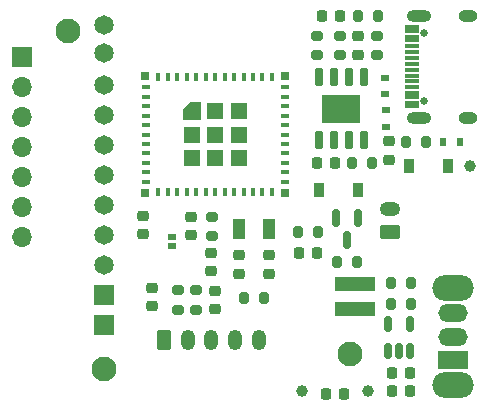
<source format=gbr>
%TF.GenerationSoftware,KiCad,Pcbnew,(6.0.2)*%
%TF.CreationDate,2022-10-11T17:03:13-04:00*%
%TF.ProjectId,ferrous_slime,66657272-6f75-4735-9f73-6c696d652e6b,v0.2.0*%
%TF.SameCoordinates,Original*%
%TF.FileFunction,Soldermask,Top*%
%TF.FilePolarity,Negative*%
%FSLAX46Y46*%
G04 Gerber Fmt 4.6, Leading zero omitted, Abs format (unit mm)*
G04 Created by KiCad (PCBNEW (6.0.2)) date 2022-10-11 17:03:13*
%MOMM*%
%LPD*%
G01*
G04 APERTURE LIST*
G04 Aperture macros list*
%AMRoundRect*
0 Rectangle with rounded corners*
0 $1 Rounding radius*
0 $2 $3 $4 $5 $6 $7 $8 $9 X,Y pos of 4 corners*
0 Add a 4 corners polygon primitive as box body*
4,1,4,$2,$3,$4,$5,$6,$7,$8,$9,$2,$3,0*
0 Add four circle primitives for the rounded corners*
1,1,$1+$1,$2,$3*
1,1,$1+$1,$4,$5*
1,1,$1+$1,$6,$7*
1,1,$1+$1,$8,$9*
0 Add four rect primitives between the rounded corners*
20,1,$1+$1,$2,$3,$4,$5,0*
20,1,$1+$1,$4,$5,$6,$7,0*
20,1,$1+$1,$6,$7,$8,$9,0*
20,1,$1+$1,$8,$9,$2,$3,0*%
%AMFreePoly0*
4,1,6,0.725000,-0.725000,-0.725000,-0.725000,-0.725000,0.125000,-0.125000,0.725000,0.725000,0.725000,0.725000,-0.725000,0.725000,-0.725000,$1*%
G04 Aperture macros list end*
%ADD10C,2.100000*%
%ADD11RoundRect,0.250000X-0.350000X-0.625000X0.350000X-0.625000X0.350000X0.625000X-0.350000X0.625000X0*%
%ADD12O,1.200000X1.750000*%
%ADD13RoundRect,0.200000X-0.200000X-0.275000X0.200000X-0.275000X0.200000X0.275000X-0.200000X0.275000X0*%
%ADD14RoundRect,0.225000X0.225000X0.250000X-0.225000X0.250000X-0.225000X-0.250000X0.225000X-0.250000X0*%
%ADD15RoundRect,0.200000X-0.275000X0.200000X-0.275000X-0.200000X0.275000X-0.200000X0.275000X0.200000X0*%
%ADD16RoundRect,0.225000X-0.250000X0.225000X-0.250000X-0.225000X0.250000X-0.225000X0.250000X0.225000X0*%
%ADD17C,1.000000*%
%ADD18RoundRect,0.200000X0.275000X-0.200000X0.275000X0.200000X-0.275000X0.200000X-0.275000X-0.200000X0*%
%ADD19RoundRect,0.218750X-0.218750X-0.256250X0.218750X-0.256250X0.218750X0.256250X-0.218750X0.256250X0*%
%ADD20RoundRect,0.150000X-0.150000X0.587500X-0.150000X-0.587500X0.150000X-0.587500X0.150000X0.587500X0*%
%ADD21R,0.900000X1.200000*%
%ADD22RoundRect,0.200000X0.200000X0.275000X-0.200000X0.275000X-0.200000X-0.275000X0.200000X-0.275000X0*%
%ADD23R,1.000000X1.800000*%
%ADD24RoundRect,0.150000X0.150000X-0.512500X0.150000X0.512500X-0.150000X0.512500X-0.150000X-0.512500X0*%
%ADD25RoundRect,0.250000X0.625000X-0.350000X0.625000X0.350000X-0.625000X0.350000X-0.625000X-0.350000X0*%
%ADD26O,1.750000X1.200000*%
%ADD27RoundRect,0.225000X0.250000X-0.225000X0.250000X0.225000X-0.250000X0.225000X-0.250000X-0.225000X0*%
%ADD28RoundRect,0.218750X-0.256250X0.218750X-0.256250X-0.218750X0.256250X-0.218750X0.256250X0.218750X0*%
%ADD29R,0.700000X0.600000*%
%ADD30O,2.500000X1.500000*%
%ADD31R,2.500000X1.500000*%
%ADD32O,3.500000X2.200000*%
%ADD33R,0.800000X0.400000*%
%ADD34R,0.400000X0.800000*%
%ADD35R,0.700000X0.700000*%
%ADD36R,1.450000X1.450000*%
%ADD37FreePoly0,0.000000*%
%ADD38O,1.600000X1.000000*%
%ADD39O,2.100000X1.000000*%
%ADD40R,1.150000X0.300000*%
%ADD41C,0.650000*%
%ADD42C,1.651000*%
%ADD43R,1.651000X1.651000*%
%ADD44R,1.778000X1.778000*%
%ADD45RoundRect,0.225000X-0.225000X-0.250000X0.225000X-0.250000X0.225000X0.250000X-0.225000X0.250000X0*%
%ADD46R,0.600000X0.700000*%
%ADD47R,3.200000X2.400000*%
%ADD48RoundRect,0.150000X0.150000X-0.650000X0.150000X0.650000X-0.150000X0.650000X-0.150000X-0.650000X0*%
%ADD49R,0.700000X0.500000*%
%ADD50R,3.400000X1.300000*%
%ADD51R,1.700000X1.700000*%
%ADD52O,1.700000X1.700000*%
G04 APERTURE END LIST*
D10*
%TO.C,H3*%
X61722000Y-32258000D03*
%TD*%
D11*
%TO.C,J1*%
X69850000Y-58367000D03*
D12*
X71850000Y-58367000D03*
X73850000Y-58367000D03*
X75850000Y-58367000D03*
X77850000Y-58367000D03*
%TD*%
D13*
%TO.C,R11*%
X89091000Y-53540990D03*
X90741000Y-53540990D03*
%TD*%
D14*
%TO.C,C10*%
X85103000Y-62939000D03*
X83553000Y-62939000D03*
%TD*%
D15*
%TO.C,R10*%
X70993000Y-54166000D03*
X70993000Y-55816000D03*
%TD*%
D13*
%TO.C,R3*%
X76645000Y-54811000D03*
X78295000Y-54811000D03*
%TD*%
D16*
%TO.C,C3*%
X73787000Y-51041000D03*
X73787000Y-52591000D03*
%TD*%
D17*
%TO.C,TP3*%
X87122000Y-62685000D03*
%TD*%
D18*
%TO.C,R9*%
X72517000Y-55816000D03*
X72517000Y-54166000D03*
%TD*%
D10*
%TO.C,H1*%
X64770000Y-60833000D03*
%TD*%
D18*
%TO.C,R5*%
X82804000Y-34299990D03*
X82804000Y-32649990D03*
%TD*%
D19*
%TO.C,D5*%
X82778500Y-43381000D03*
X84353500Y-43381000D03*
%TD*%
D17*
%TO.C,TP1*%
X81534000Y-62738000D03*
%TD*%
D19*
%TO.C,D3*%
X83193500Y-30935000D03*
X84768500Y-30935000D03*
%TD*%
D13*
%TO.C,R7*%
X81217000Y-49276000D03*
X82867000Y-49276000D03*
%TD*%
D20*
%TO.C,Q1*%
X86294000Y-48031490D03*
X84394000Y-48031490D03*
X85344000Y-49906490D03*
%TD*%
D21*
%TO.C,D2*%
X82932000Y-45667000D03*
X86232000Y-45667000D03*
%TD*%
D22*
%TO.C,R4*%
X86169000Y-51763000D03*
X84519000Y-51763000D03*
%TD*%
D14*
%TO.C,C9*%
X82817000Y-51001000D03*
X81267000Y-51001000D03*
%TD*%
D16*
%TO.C,C5*%
X68834000Y-53962000D03*
X68834000Y-55512000D03*
%TD*%
D23*
%TO.C,Y1*%
X76220000Y-48968990D03*
X78720000Y-48968990D03*
%TD*%
D24*
%TO.C,U4*%
X88796622Y-59303500D03*
X89746622Y-59303500D03*
X90696622Y-59303500D03*
X90696622Y-57028500D03*
X88796622Y-57028500D03*
%TD*%
D25*
%TO.C,J3*%
X88950800Y-49276000D03*
D26*
X88950800Y-47276000D03*
%TD*%
D13*
%TO.C,R12*%
X89091000Y-55319000D03*
X90741000Y-55319000D03*
%TD*%
D27*
%TO.C,C1*%
X74168000Y-55766000D03*
X74168000Y-54216000D03*
%TD*%
D10*
%TO.C,H2*%
X85598000Y-59563000D03*
%TD*%
D18*
%TO.C,R8*%
X87884000Y-34290008D03*
X87884000Y-32640008D03*
%TD*%
D28*
%TO.C,D4*%
X86267011Y-32661989D03*
X86267011Y-34236989D03*
%TD*%
D29*
%TO.C,D7*%
X88552173Y-37611489D03*
X88552173Y-36211489D03*
%TD*%
%TO.C,D6*%
X88646000Y-38924000D03*
X88646000Y-40324000D03*
%TD*%
D21*
%TO.C,D8*%
X90552000Y-43634990D03*
X93852000Y-43634990D03*
%TD*%
D30*
%TO.C,SW1*%
X94266004Y-56112986D03*
X94266004Y-58112986D03*
D31*
X94266004Y-60112986D03*
D32*
X94266004Y-54012986D03*
X94266004Y-62212986D03*
%TD*%
D33*
%TO.C,U2*%
X68268000Y-37004007D03*
X68268000Y-37804007D03*
X68268000Y-38604007D03*
X68268000Y-39404007D03*
X68268000Y-40204007D03*
X68268000Y-41004007D03*
X68268000Y-41804007D03*
X68268000Y-42604007D03*
X68268000Y-43404007D03*
X68268000Y-44204007D03*
X68268000Y-45004007D03*
D34*
X69368000Y-45904007D03*
X70168000Y-45904007D03*
X70968000Y-45904007D03*
X71768000Y-45904007D03*
X72568000Y-45904007D03*
X73368000Y-45904007D03*
X74168000Y-45904007D03*
X74968000Y-45904007D03*
X75768000Y-45904007D03*
X76568000Y-45904007D03*
X77368000Y-45904007D03*
X78168000Y-45904007D03*
X78968000Y-45904007D03*
D33*
X80068000Y-45004007D03*
X80068000Y-44204007D03*
X80068000Y-43404007D03*
X80068000Y-42604007D03*
X80068000Y-41804007D03*
X80068000Y-41004007D03*
X80068000Y-40204007D03*
X80068000Y-39404007D03*
X80068000Y-38604007D03*
X80068000Y-37804007D03*
X80068000Y-37004007D03*
D34*
X74968000Y-36104007D03*
X73368000Y-36104007D03*
D35*
X68218000Y-45954007D03*
D36*
X76143000Y-42979007D03*
X74168000Y-41004007D03*
D34*
X74168000Y-36104007D03*
X70968000Y-36104007D03*
D36*
X74168000Y-42979007D03*
X76143000Y-39029007D03*
D35*
X80118000Y-36054007D03*
D37*
X72193000Y-39029007D03*
D35*
X80118000Y-45954007D03*
D34*
X76568000Y-36104007D03*
D35*
X68218000Y-36054007D03*
D36*
X72193000Y-42979007D03*
X76143000Y-41004007D03*
X72193000Y-41054007D03*
X74168000Y-39029007D03*
D34*
X78968000Y-36104007D03*
X70168000Y-36104007D03*
X69368000Y-36104007D03*
X78168000Y-36104007D03*
X75768000Y-36104007D03*
X71768000Y-36104007D03*
X72568000Y-36104007D03*
X77368000Y-36104007D03*
%TD*%
D38*
%TO.C,J4*%
X95563000Y-39572990D03*
X95563000Y-30932990D03*
D39*
X91383000Y-30932990D03*
X91383000Y-39572990D03*
D40*
X90818000Y-38302990D03*
X90818000Y-37502990D03*
X90818000Y-37002990D03*
X90818000Y-36002990D03*
X90818000Y-34502990D03*
X90818000Y-33502990D03*
X90818000Y-33002990D03*
X90818000Y-32202990D03*
X90818000Y-31902990D03*
X90818000Y-32702990D03*
X90818000Y-34002990D03*
X90818000Y-35002990D03*
X90818000Y-35502990D03*
X90818000Y-36502990D03*
X90818000Y-37802990D03*
X90818000Y-38602990D03*
D41*
X91883000Y-38142990D03*
X91883000Y-32362990D03*
%TD*%
D42*
%TO.C,U1*%
X64784460Y-34120462D03*
X64784460Y-36787462D03*
X64784460Y-39327462D03*
X64784460Y-41867462D03*
X64784460Y-44407462D03*
X64784460Y-46947462D03*
X64784460Y-49487462D03*
X64784460Y-52027462D03*
D43*
X64784460Y-54567462D03*
D44*
X64770000Y-57096990D03*
D42*
X64784460Y-31707462D03*
%TD*%
D17*
%TO.C,TP2*%
X95758000Y-43635000D03*
%TD*%
D45*
%TO.C,C12*%
X89127995Y-62684990D03*
X90677995Y-62684990D03*
%TD*%
D46*
%TO.C,D9*%
X93471999Y-41602990D03*
X94871999Y-41602990D03*
%TD*%
D18*
%TO.C,R1*%
X73914000Y-49593000D03*
X73914000Y-47943000D03*
%TD*%
D47*
%TO.C,U3*%
X84836000Y-38808990D03*
D48*
X82931000Y-36158990D03*
X84201000Y-36158990D03*
X85471000Y-36158990D03*
X86741000Y-36158990D03*
X86741000Y-41458990D03*
X85471000Y-41458990D03*
X84201000Y-41458990D03*
X82931000Y-41458990D03*
%TD*%
D22*
%TO.C,R13*%
X87947000Y-30934990D03*
X86297000Y-30934990D03*
%TD*%
D18*
%TO.C,R6*%
X84743000Y-34300000D03*
X84743000Y-32650000D03*
%TD*%
D45*
%TO.C,C11*%
X89127995Y-61160990D03*
X90677995Y-61160990D03*
%TD*%
D16*
%TO.C,C4*%
X68072000Y-47866000D03*
X68072000Y-49416000D03*
%TD*%
D27*
%TO.C,C6*%
X76200000Y-52792000D03*
X76200000Y-51242000D03*
%TD*%
D16*
%TO.C,C2*%
X72136000Y-47993000D03*
X72136000Y-49543000D03*
%TD*%
D22*
%TO.C,R2*%
X87439000Y-43380990D03*
X85789000Y-43380990D03*
%TD*%
D49*
%TO.C,D1*%
X70485000Y-50438000D03*
X70485000Y-49638000D03*
%TD*%
D50*
%TO.C,L1*%
X85979000Y-55787000D03*
X85979000Y-53687000D03*
%TD*%
D51*
%TO.C,J2*%
X57785000Y-34417000D03*
D52*
X57785000Y-36957000D03*
X57785000Y-39497000D03*
X57785000Y-42037000D03*
X57785000Y-44577000D03*
X57785000Y-47117000D03*
X57785000Y-49657000D03*
%TD*%
D27*
%TO.C,C7*%
X78740000Y-52792000D03*
X78740000Y-51242000D03*
%TD*%
D13*
%TO.C,R14*%
X90361000Y-41603000D03*
X92011000Y-41603000D03*
%TD*%
D16*
%TO.C,C8*%
X88900000Y-41590000D03*
X88900000Y-43140000D03*
%TD*%
M02*

</source>
